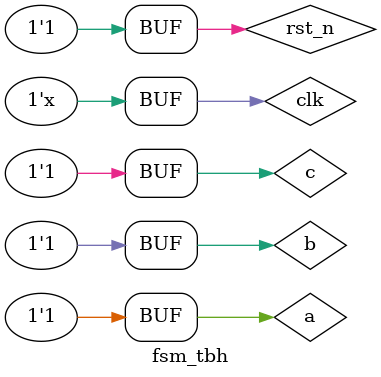
<source format=v>
`timescale 1ns / 1ps

module fsm_tbh();
    reg clk,rst_n;
    reg a,b,c;
    wire [1:0] led;

    fsm u0(clk, rst_n, a, b, c, led);

    always #5 clk <= ~clk;

    initial begin
        rst_n = 0;
        clk = 0;
        a = 0;
        b = 0;
        c = 0;
        #7;
        rst_n = 1;
        #100;

        a = 1;
        #100;

        b = 1;
        #100;

        c = 1;

    end



endmodule

</source>
